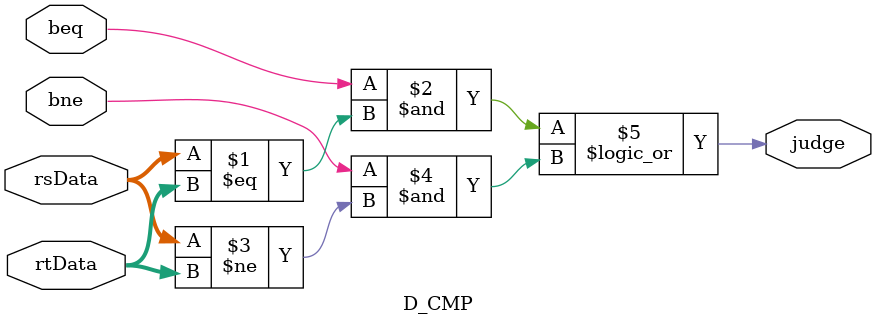
<source format=v>
`timescale 1ns / 1ps
module D_CMP(
    input [31:0] rsData,
    input [31:0] rtData,
    input beq,
	 input bne,
    output judge
    );

	assign judge = (beq&(rsData==rtData))||(bne&(rsData!=rtData));
	
endmodule

</source>
